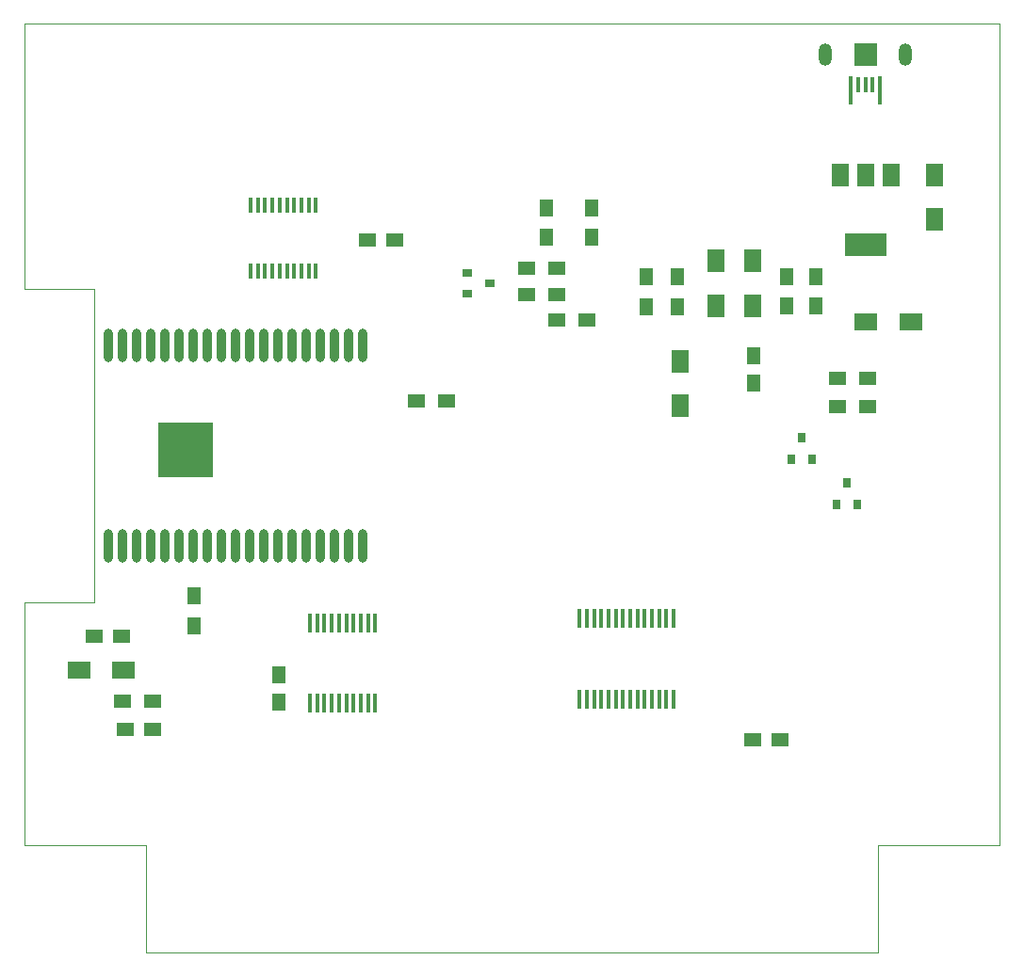
<source format=gbr>
G04 #@! TF.GenerationSoftware,KiCad,Pcbnew,(6.0.5)*
G04 #@! TF.CreationDate,2022-06-13T20:59:19-07:00*
G04 #@! TF.ProjectId,PocketTRS,506f636b-6574-4545-9253-2e6b69636164,rev?*
G04 #@! TF.SameCoordinates,Original*
G04 #@! TF.FileFunction,Paste,Top*
G04 #@! TF.FilePolarity,Positive*
%FSLAX46Y46*%
G04 Gerber Fmt 4.6, Leading zero omitted, Abs format (unit mm)*
G04 Created by KiCad (PCBNEW (6.0.5)) date 2022-06-13 20:59:19*
%MOMM*%
%LPD*%
G01*
G04 APERTURE LIST*
G04 #@! TA.AperFunction,Profile*
%ADD10C,0.050000*%
G04 #@! TD*
%ADD11R,1.500000X2.000000*%
%ADD12R,3.800000X2.000000*%
%ADD13R,1.250000X1.500000*%
%ADD14R,1.600000X2.000000*%
%ADD15R,2.000000X1.600000*%
%ADD16R,1.500000X1.250000*%
%ADD17R,1.300000X1.500000*%
%ADD18R,1.500000X1.300000*%
%ADD19R,0.450000X1.750000*%
%ADD20R,0.450000X1.450000*%
%ADD21R,0.900000X0.800000*%
%ADD22R,0.800000X0.900000*%
%ADD23O,1.200000X2.000000*%
%ADD24R,2.000000X2.000000*%
%ADD25R,0.400000X2.500000*%
%ADD26R,0.400000X1.350000*%
%ADD27O,0.900000X3.000000*%
%ADD28R,5.000000X5.000000*%
G04 APERTURE END LIST*
D10*
X165100000Y-61976000D02*
X165100000Y-64770000D01*
X252730000Y-64770000D02*
X252730000Y-61976000D01*
X171323000Y-85852000D02*
X171323000Y-90805000D01*
X165100000Y-64770000D02*
X165100000Y-85852000D01*
X165100000Y-135890000D02*
X165100000Y-114046000D01*
X241808000Y-135890000D02*
X252730000Y-135890000D01*
X241808000Y-145542000D02*
X241300000Y-145542000D01*
X175260000Y-135890000D02*
X176022000Y-135890000D01*
X241808000Y-145542000D02*
X241808000Y-135890000D01*
X171323000Y-85852000D02*
X165100000Y-85852000D01*
X165100000Y-114046000D02*
X171323000Y-114046000D01*
X171323000Y-114046000D02*
X171323000Y-90805000D01*
X176022000Y-145542000D02*
X241300000Y-145542000D01*
X252730000Y-64770000D02*
X252730000Y-135890000D01*
X165100000Y-61976000D02*
X252730000Y-61976000D01*
X165100000Y-135890000D02*
X175260000Y-135890000D01*
X176022000Y-135890000D02*
X176022000Y-145542000D01*
D11*
X242965000Y-75590000D03*
X240665000Y-75590000D03*
D12*
X240665000Y-81890000D03*
D11*
X238365000Y-75590000D03*
D13*
X230632000Y-91841000D03*
X230632000Y-94341000D03*
D14*
X246888000Y-79597000D03*
X246888000Y-75597000D03*
D15*
X240729000Y-88773000D03*
X244729000Y-88773000D03*
D13*
X187960000Y-120543000D03*
X187960000Y-123043000D03*
D16*
X230525000Y-126365000D03*
X233025000Y-126365000D03*
X195874000Y-81407000D03*
X198374000Y-81407000D03*
X173843000Y-117094000D03*
X171343000Y-117094000D03*
X176637000Y-125476000D03*
X174137000Y-125476000D03*
D17*
X211963000Y-78533000D03*
X211963000Y-81233000D03*
X216027000Y-78533000D03*
X216027000Y-81233000D03*
X220980000Y-84756000D03*
X220980000Y-87456000D03*
X223774000Y-87456000D03*
X223774000Y-84756000D03*
X233553000Y-87409000D03*
X233553000Y-84756000D03*
D18*
X212932000Y-86360000D03*
X210232000Y-86360000D03*
X212932000Y-83947000D03*
X210232000Y-83947000D03*
X203026000Y-95885000D03*
X200326000Y-95885000D03*
X173910000Y-122936000D03*
X176610000Y-122936000D03*
X238172000Y-93853000D03*
X240872000Y-93853000D03*
X238172000Y-96393000D03*
X240872000Y-96393000D03*
D17*
X180340000Y-116158000D03*
X180340000Y-113458000D03*
D19*
X214977000Y-122726000D03*
X215627000Y-122726000D03*
X216277000Y-122726000D03*
X216927000Y-122726000D03*
X217577000Y-122726000D03*
X218227000Y-122726000D03*
X218877000Y-122726000D03*
X219527000Y-122726000D03*
X220177000Y-122726000D03*
X220827000Y-122726000D03*
X221477000Y-122726000D03*
X222127000Y-122726000D03*
X222777000Y-122726000D03*
X223427000Y-122726000D03*
X223427000Y-115526000D03*
X222777000Y-115526000D03*
X222127000Y-115526000D03*
X221477000Y-115526000D03*
X220827000Y-115526000D03*
X220177000Y-115526000D03*
X219527000Y-115526000D03*
X218877000Y-115526000D03*
X218227000Y-115526000D03*
X217577000Y-115526000D03*
X216927000Y-115526000D03*
X216277000Y-115526000D03*
X215627000Y-115526000D03*
X214977000Y-115526000D03*
D20*
X191266000Y-78330000D03*
X190616000Y-78330000D03*
X189966000Y-78330000D03*
X189316000Y-78330000D03*
X188666000Y-78330000D03*
X188016000Y-78330000D03*
X187366000Y-78330000D03*
X186716000Y-78330000D03*
X186066000Y-78330000D03*
X185416000Y-78330000D03*
X185416000Y-84230000D03*
X186066000Y-84230000D03*
X186716000Y-84230000D03*
X187366000Y-84230000D03*
X188016000Y-84230000D03*
X188666000Y-84230000D03*
X189316000Y-84230000D03*
X189966000Y-84230000D03*
X190616000Y-84230000D03*
X191266000Y-84230000D03*
D21*
X204867000Y-84394000D03*
X204867000Y-86294000D03*
X206867000Y-85344000D03*
D22*
X234000000Y-101203000D03*
X235900000Y-101203000D03*
X234950000Y-99203000D03*
X238064000Y-105267000D03*
X239964000Y-105267000D03*
X239014000Y-103267000D03*
D17*
X236220000Y-87409000D03*
X236220000Y-84709000D03*
D19*
X196600000Y-115907000D03*
X195950000Y-115907000D03*
X195300000Y-115907000D03*
X194650000Y-115907000D03*
X194000000Y-115907000D03*
X193350000Y-115907000D03*
X192700000Y-115907000D03*
X192050000Y-115907000D03*
X191400000Y-115907000D03*
X190750000Y-115907000D03*
X190750000Y-123107000D03*
X191400000Y-123107000D03*
X192050000Y-123107000D03*
X192700000Y-123107000D03*
X193350000Y-123107000D03*
X194000000Y-123107000D03*
X194650000Y-123107000D03*
X195300000Y-123107000D03*
X195950000Y-123107000D03*
X196600000Y-123107000D03*
D15*
X173958000Y-120142000D03*
X169958000Y-120142000D03*
D14*
X227203000Y-83344000D03*
X227203000Y-87344000D03*
X230505000Y-83344000D03*
X230505000Y-87344000D03*
X224028000Y-92361000D03*
X224028000Y-96361000D03*
D23*
X237090000Y-64770000D03*
D24*
X240665000Y-64770000D03*
D23*
X244240000Y-64770000D03*
D25*
X241965000Y-68021200D03*
D26*
X241315000Y-67445000D03*
X240665000Y-67445000D03*
X240015000Y-67445000D03*
D25*
X239365000Y-68021200D03*
D27*
X172614000Y-108949000D03*
X173884000Y-108949000D03*
X175154000Y-108949000D03*
X176424000Y-108949000D03*
X177694000Y-108949000D03*
X178964000Y-108949000D03*
X180234000Y-108949000D03*
X181504000Y-108949000D03*
X182774000Y-108949000D03*
X184044000Y-108949000D03*
X185314000Y-108949000D03*
X186584000Y-108949000D03*
X187854000Y-108949000D03*
X189124000Y-108949000D03*
X190424000Y-108949000D03*
X191694000Y-108949000D03*
X192964000Y-108949000D03*
X194234000Y-108949000D03*
X195504000Y-108949000D03*
X195504000Y-90949000D03*
X194234000Y-90949000D03*
X192964000Y-90949000D03*
X191694000Y-90949000D03*
X190424000Y-90949000D03*
X189124000Y-90919000D03*
X187854000Y-90919000D03*
X186584000Y-90919000D03*
X185314000Y-90919000D03*
X184044000Y-90919000D03*
X182774000Y-90919000D03*
X181504000Y-90919000D03*
X180234000Y-90919000D03*
X178964000Y-90919000D03*
X177694000Y-90919000D03*
X176424000Y-90919000D03*
X175154000Y-90919000D03*
X173884000Y-90919000D03*
X172614000Y-90919000D03*
D28*
X179534000Y-100349000D03*
D18*
X212962500Y-88646000D03*
X215662500Y-88646000D03*
M02*

</source>
